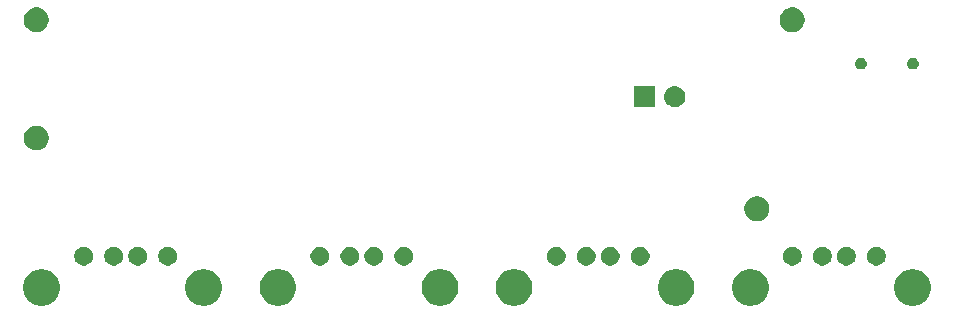
<source format=gbr>
G04 #@! TF.GenerationSoftware,KiCad,Pcbnew,(5.0.1-3-g963ef8bb5)*
G04 #@! TF.CreationDate,2018-11-25T15:23:06-05:00*
G04 #@! TF.ProjectId,usb-hub,7573622D6875622E6B696361645F7063,rev?*
G04 #@! TF.SameCoordinates,Original*
G04 #@! TF.FileFunction,Soldermask,Bot*
G04 #@! TF.FilePolarity,Negative*
%FSLAX46Y46*%
G04 Gerber Fmt 4.6, Leading zero omitted, Abs format (unit mm)*
G04 Created by KiCad (PCBNEW (5.0.1-3-g963ef8bb5)) date Sunday, November 25, 2018 at 03:23:06 PM*
%MOMM*%
%LPD*%
G01*
G04 APERTURE LIST*
%ADD10C,0.100000*%
G04 APERTURE END LIST*
D10*
G36*
X96512527Y-38158736D02*
X96612410Y-38178604D01*
X96894674Y-38295521D01*
X97148705Y-38465259D01*
X97364741Y-38681295D01*
X97534479Y-38935326D01*
X97651396Y-39217590D01*
X97711000Y-39517240D01*
X97711000Y-39822760D01*
X97651396Y-40122410D01*
X97534479Y-40404674D01*
X97364741Y-40658705D01*
X97148705Y-40874741D01*
X96894674Y-41044479D01*
X96612410Y-41161396D01*
X96512527Y-41181264D01*
X96312762Y-41221000D01*
X96007238Y-41221000D01*
X95807473Y-41181264D01*
X95707590Y-41161396D01*
X95425326Y-41044479D01*
X95171295Y-40874741D01*
X94955259Y-40658705D01*
X94785521Y-40404674D01*
X94668604Y-40122410D01*
X94609000Y-39822760D01*
X94609000Y-39517240D01*
X94668604Y-39217590D01*
X94785521Y-38935326D01*
X94955259Y-38681295D01*
X95171295Y-38465259D01*
X95425326Y-38295521D01*
X95707590Y-38178604D01*
X95807473Y-38158736D01*
X96007238Y-38119000D01*
X96312762Y-38119000D01*
X96512527Y-38158736D01*
X96512527Y-38158736D01*
G37*
G36*
X82792527Y-38158736D02*
X82892410Y-38178604D01*
X83174674Y-38295521D01*
X83428705Y-38465259D01*
X83644741Y-38681295D01*
X83814479Y-38935326D01*
X83931396Y-39217590D01*
X83991000Y-39517240D01*
X83991000Y-39822760D01*
X83931396Y-40122410D01*
X83814479Y-40404674D01*
X83644741Y-40658705D01*
X83428705Y-40874741D01*
X83174674Y-41044479D01*
X82892410Y-41161396D01*
X82792527Y-41181264D01*
X82592762Y-41221000D01*
X82287238Y-41221000D01*
X82087473Y-41181264D01*
X81987590Y-41161396D01*
X81705326Y-41044479D01*
X81451295Y-40874741D01*
X81235259Y-40658705D01*
X81065521Y-40404674D01*
X80948604Y-40122410D01*
X80889000Y-39822760D01*
X80889000Y-39517240D01*
X80948604Y-39217590D01*
X81065521Y-38935326D01*
X81235259Y-38681295D01*
X81451295Y-38465259D01*
X81705326Y-38295521D01*
X81987590Y-38178604D01*
X82087473Y-38158736D01*
X82287238Y-38119000D01*
X82592762Y-38119000D01*
X82792527Y-38158736D01*
X82792527Y-38158736D01*
G37*
G36*
X76512527Y-38158736D02*
X76612410Y-38178604D01*
X76894674Y-38295521D01*
X77148705Y-38465259D01*
X77364741Y-38681295D01*
X77534479Y-38935326D01*
X77651396Y-39217590D01*
X77711000Y-39517240D01*
X77711000Y-39822760D01*
X77651396Y-40122410D01*
X77534479Y-40404674D01*
X77364741Y-40658705D01*
X77148705Y-40874741D01*
X76894674Y-41044479D01*
X76612410Y-41161396D01*
X76512527Y-41181264D01*
X76312762Y-41221000D01*
X76007238Y-41221000D01*
X75807473Y-41181264D01*
X75707590Y-41161396D01*
X75425326Y-41044479D01*
X75171295Y-40874741D01*
X74955259Y-40658705D01*
X74785521Y-40404674D01*
X74668604Y-40122410D01*
X74609000Y-39822760D01*
X74609000Y-39517240D01*
X74668604Y-39217590D01*
X74785521Y-38935326D01*
X74955259Y-38681295D01*
X75171295Y-38465259D01*
X75425326Y-38295521D01*
X75707590Y-38178604D01*
X75807473Y-38158736D01*
X76007238Y-38119000D01*
X76312762Y-38119000D01*
X76512527Y-38158736D01*
X76512527Y-38158736D01*
G37*
G36*
X62792527Y-38158736D02*
X62892410Y-38178604D01*
X63174674Y-38295521D01*
X63428705Y-38465259D01*
X63644741Y-38681295D01*
X63814479Y-38935326D01*
X63931396Y-39217590D01*
X63991000Y-39517240D01*
X63991000Y-39822760D01*
X63931396Y-40122410D01*
X63814479Y-40404674D01*
X63644741Y-40658705D01*
X63428705Y-40874741D01*
X63174674Y-41044479D01*
X62892410Y-41161396D01*
X62792527Y-41181264D01*
X62592762Y-41221000D01*
X62287238Y-41221000D01*
X62087473Y-41181264D01*
X61987590Y-41161396D01*
X61705326Y-41044479D01*
X61451295Y-40874741D01*
X61235259Y-40658705D01*
X61065521Y-40404674D01*
X60948604Y-40122410D01*
X60889000Y-39822760D01*
X60889000Y-39517240D01*
X60948604Y-39217590D01*
X61065521Y-38935326D01*
X61235259Y-38681295D01*
X61451295Y-38465259D01*
X61705326Y-38295521D01*
X61987590Y-38178604D01*
X62087473Y-38158736D01*
X62287238Y-38119000D01*
X62592762Y-38119000D01*
X62792527Y-38158736D01*
X62792527Y-38158736D01*
G37*
G36*
X56512527Y-38158736D02*
X56612410Y-38178604D01*
X56894674Y-38295521D01*
X57148705Y-38465259D01*
X57364741Y-38681295D01*
X57534479Y-38935326D01*
X57651396Y-39217590D01*
X57711000Y-39517240D01*
X57711000Y-39822760D01*
X57651396Y-40122410D01*
X57534479Y-40404674D01*
X57364741Y-40658705D01*
X57148705Y-40874741D01*
X56894674Y-41044479D01*
X56612410Y-41161396D01*
X56512527Y-41181264D01*
X56312762Y-41221000D01*
X56007238Y-41221000D01*
X55807473Y-41181264D01*
X55707590Y-41161396D01*
X55425326Y-41044479D01*
X55171295Y-40874741D01*
X54955259Y-40658705D01*
X54785521Y-40404674D01*
X54668604Y-40122410D01*
X54609000Y-39822760D01*
X54609000Y-39517240D01*
X54668604Y-39217590D01*
X54785521Y-38935326D01*
X54955259Y-38681295D01*
X55171295Y-38465259D01*
X55425326Y-38295521D01*
X55707590Y-38178604D01*
X55807473Y-38158736D01*
X56007238Y-38119000D01*
X56312762Y-38119000D01*
X56512527Y-38158736D01*
X56512527Y-38158736D01*
G37*
G36*
X42792527Y-38158736D02*
X42892410Y-38178604D01*
X43174674Y-38295521D01*
X43428705Y-38465259D01*
X43644741Y-38681295D01*
X43814479Y-38935326D01*
X43931396Y-39217590D01*
X43991000Y-39517240D01*
X43991000Y-39822760D01*
X43931396Y-40122410D01*
X43814479Y-40404674D01*
X43644741Y-40658705D01*
X43428705Y-40874741D01*
X43174674Y-41044479D01*
X42892410Y-41161396D01*
X42792527Y-41181264D01*
X42592762Y-41221000D01*
X42287238Y-41221000D01*
X42087473Y-41181264D01*
X41987590Y-41161396D01*
X41705326Y-41044479D01*
X41451295Y-40874741D01*
X41235259Y-40658705D01*
X41065521Y-40404674D01*
X40948604Y-40122410D01*
X40889000Y-39822760D01*
X40889000Y-39517240D01*
X40948604Y-39217590D01*
X41065521Y-38935326D01*
X41235259Y-38681295D01*
X41451295Y-38465259D01*
X41705326Y-38295521D01*
X41987590Y-38178604D01*
X42087473Y-38158736D01*
X42287238Y-38119000D01*
X42592762Y-38119000D01*
X42792527Y-38158736D01*
X42792527Y-38158736D01*
G37*
G36*
X36512527Y-38158736D02*
X36612410Y-38178604D01*
X36894674Y-38295521D01*
X37148705Y-38465259D01*
X37364741Y-38681295D01*
X37534479Y-38935326D01*
X37651396Y-39217590D01*
X37711000Y-39517240D01*
X37711000Y-39822760D01*
X37651396Y-40122410D01*
X37534479Y-40404674D01*
X37364741Y-40658705D01*
X37148705Y-40874741D01*
X36894674Y-41044479D01*
X36612410Y-41161396D01*
X36512527Y-41181264D01*
X36312762Y-41221000D01*
X36007238Y-41221000D01*
X35807473Y-41181264D01*
X35707590Y-41161396D01*
X35425326Y-41044479D01*
X35171295Y-40874741D01*
X34955259Y-40658705D01*
X34785521Y-40404674D01*
X34668604Y-40122410D01*
X34609000Y-39822760D01*
X34609000Y-39517240D01*
X34668604Y-39217590D01*
X34785521Y-38935326D01*
X34955259Y-38681295D01*
X35171295Y-38465259D01*
X35425326Y-38295521D01*
X35707590Y-38178604D01*
X35807473Y-38158736D01*
X36007238Y-38119000D01*
X36312762Y-38119000D01*
X36512527Y-38158736D01*
X36512527Y-38158736D01*
G37*
G36*
X22792527Y-38158736D02*
X22892410Y-38178604D01*
X23174674Y-38295521D01*
X23428705Y-38465259D01*
X23644741Y-38681295D01*
X23814479Y-38935326D01*
X23931396Y-39217590D01*
X23991000Y-39517240D01*
X23991000Y-39822760D01*
X23931396Y-40122410D01*
X23814479Y-40404674D01*
X23644741Y-40658705D01*
X23428705Y-40874741D01*
X23174674Y-41044479D01*
X22892410Y-41161396D01*
X22792527Y-41181264D01*
X22592762Y-41221000D01*
X22287238Y-41221000D01*
X22087473Y-41181264D01*
X21987590Y-41161396D01*
X21705326Y-41044479D01*
X21451295Y-40874741D01*
X21235259Y-40658705D01*
X21065521Y-40404674D01*
X20948604Y-40122410D01*
X20889000Y-39822760D01*
X20889000Y-39517240D01*
X20948604Y-39217590D01*
X21065521Y-38935326D01*
X21235259Y-38681295D01*
X21451295Y-38465259D01*
X21705326Y-38295521D01*
X21987590Y-38178604D01*
X22087473Y-38158736D01*
X22287238Y-38119000D01*
X22592762Y-38119000D01*
X22792527Y-38158736D01*
X22792527Y-38158736D01*
G37*
G36*
X53343643Y-36229781D02*
X53489415Y-36290162D01*
X53620611Y-36377824D01*
X53732176Y-36489389D01*
X53819838Y-36620585D01*
X53880219Y-36766357D01*
X53911000Y-36921107D01*
X53911000Y-37078893D01*
X53880219Y-37233643D01*
X53819838Y-37379415D01*
X53732176Y-37510611D01*
X53620611Y-37622176D01*
X53489415Y-37709838D01*
X53343643Y-37770219D01*
X53188893Y-37801000D01*
X53031107Y-37801000D01*
X52876357Y-37770219D01*
X52730585Y-37709838D01*
X52599389Y-37622176D01*
X52487824Y-37510611D01*
X52400162Y-37379415D01*
X52339781Y-37233643D01*
X52309000Y-37078893D01*
X52309000Y-36921107D01*
X52339781Y-36766357D01*
X52400162Y-36620585D01*
X52487824Y-36489389D01*
X52599389Y-36377824D01*
X52730585Y-36290162D01*
X52876357Y-36229781D01*
X53031107Y-36199000D01*
X53188893Y-36199000D01*
X53343643Y-36229781D01*
X53343643Y-36229781D01*
G37*
G36*
X50803643Y-36229781D02*
X50949415Y-36290162D01*
X51080611Y-36377824D01*
X51192176Y-36489389D01*
X51279838Y-36620585D01*
X51340219Y-36766357D01*
X51371000Y-36921107D01*
X51371000Y-37078893D01*
X51340219Y-37233643D01*
X51279838Y-37379415D01*
X51192176Y-37510611D01*
X51080611Y-37622176D01*
X50949415Y-37709838D01*
X50803643Y-37770219D01*
X50648893Y-37801000D01*
X50491107Y-37801000D01*
X50336357Y-37770219D01*
X50190585Y-37709838D01*
X50059389Y-37622176D01*
X49947824Y-37510611D01*
X49860162Y-37379415D01*
X49799781Y-37233643D01*
X49769000Y-37078893D01*
X49769000Y-36921107D01*
X49799781Y-36766357D01*
X49860162Y-36620585D01*
X49947824Y-36489389D01*
X50059389Y-36377824D01*
X50190585Y-36290162D01*
X50336357Y-36229781D01*
X50491107Y-36199000D01*
X50648893Y-36199000D01*
X50803643Y-36229781D01*
X50803643Y-36229781D01*
G37*
G36*
X48773643Y-36229781D02*
X48919415Y-36290162D01*
X49050611Y-36377824D01*
X49162176Y-36489389D01*
X49249838Y-36620585D01*
X49310219Y-36766357D01*
X49341000Y-36921107D01*
X49341000Y-37078893D01*
X49310219Y-37233643D01*
X49249838Y-37379415D01*
X49162176Y-37510611D01*
X49050611Y-37622176D01*
X48919415Y-37709838D01*
X48773643Y-37770219D01*
X48618893Y-37801000D01*
X48461107Y-37801000D01*
X48306357Y-37770219D01*
X48160585Y-37709838D01*
X48029389Y-37622176D01*
X47917824Y-37510611D01*
X47830162Y-37379415D01*
X47769781Y-37233643D01*
X47739000Y-37078893D01*
X47739000Y-36921107D01*
X47769781Y-36766357D01*
X47830162Y-36620585D01*
X47917824Y-36489389D01*
X48029389Y-36377824D01*
X48160585Y-36290162D01*
X48306357Y-36229781D01*
X48461107Y-36199000D01*
X48618893Y-36199000D01*
X48773643Y-36229781D01*
X48773643Y-36229781D01*
G37*
G36*
X46233643Y-36229781D02*
X46379415Y-36290162D01*
X46510611Y-36377824D01*
X46622176Y-36489389D01*
X46709838Y-36620585D01*
X46770219Y-36766357D01*
X46801000Y-36921107D01*
X46801000Y-37078893D01*
X46770219Y-37233643D01*
X46709838Y-37379415D01*
X46622176Y-37510611D01*
X46510611Y-37622176D01*
X46379415Y-37709838D01*
X46233643Y-37770219D01*
X46078893Y-37801000D01*
X45921107Y-37801000D01*
X45766357Y-37770219D01*
X45620585Y-37709838D01*
X45489389Y-37622176D01*
X45377824Y-37510611D01*
X45290162Y-37379415D01*
X45229781Y-37233643D01*
X45199000Y-37078893D01*
X45199000Y-36921107D01*
X45229781Y-36766357D01*
X45290162Y-36620585D01*
X45377824Y-36489389D01*
X45489389Y-36377824D01*
X45620585Y-36290162D01*
X45766357Y-36229781D01*
X45921107Y-36199000D01*
X46078893Y-36199000D01*
X46233643Y-36229781D01*
X46233643Y-36229781D01*
G37*
G36*
X33343643Y-36229781D02*
X33489415Y-36290162D01*
X33620611Y-36377824D01*
X33732176Y-36489389D01*
X33819838Y-36620585D01*
X33880219Y-36766357D01*
X33911000Y-36921107D01*
X33911000Y-37078893D01*
X33880219Y-37233643D01*
X33819838Y-37379415D01*
X33732176Y-37510611D01*
X33620611Y-37622176D01*
X33489415Y-37709838D01*
X33343643Y-37770219D01*
X33188893Y-37801000D01*
X33031107Y-37801000D01*
X32876357Y-37770219D01*
X32730585Y-37709838D01*
X32599389Y-37622176D01*
X32487824Y-37510611D01*
X32400162Y-37379415D01*
X32339781Y-37233643D01*
X32309000Y-37078893D01*
X32309000Y-36921107D01*
X32339781Y-36766357D01*
X32400162Y-36620585D01*
X32487824Y-36489389D01*
X32599389Y-36377824D01*
X32730585Y-36290162D01*
X32876357Y-36229781D01*
X33031107Y-36199000D01*
X33188893Y-36199000D01*
X33343643Y-36229781D01*
X33343643Y-36229781D01*
G37*
G36*
X30803643Y-36229781D02*
X30949415Y-36290162D01*
X31080611Y-36377824D01*
X31192176Y-36489389D01*
X31279838Y-36620585D01*
X31340219Y-36766357D01*
X31371000Y-36921107D01*
X31371000Y-37078893D01*
X31340219Y-37233643D01*
X31279838Y-37379415D01*
X31192176Y-37510611D01*
X31080611Y-37622176D01*
X30949415Y-37709838D01*
X30803643Y-37770219D01*
X30648893Y-37801000D01*
X30491107Y-37801000D01*
X30336357Y-37770219D01*
X30190585Y-37709838D01*
X30059389Y-37622176D01*
X29947824Y-37510611D01*
X29860162Y-37379415D01*
X29799781Y-37233643D01*
X29769000Y-37078893D01*
X29769000Y-36921107D01*
X29799781Y-36766357D01*
X29860162Y-36620585D01*
X29947824Y-36489389D01*
X30059389Y-36377824D01*
X30190585Y-36290162D01*
X30336357Y-36229781D01*
X30491107Y-36199000D01*
X30648893Y-36199000D01*
X30803643Y-36229781D01*
X30803643Y-36229781D01*
G37*
G36*
X28773643Y-36229781D02*
X28919415Y-36290162D01*
X29050611Y-36377824D01*
X29162176Y-36489389D01*
X29249838Y-36620585D01*
X29310219Y-36766357D01*
X29341000Y-36921107D01*
X29341000Y-37078893D01*
X29310219Y-37233643D01*
X29249838Y-37379415D01*
X29162176Y-37510611D01*
X29050611Y-37622176D01*
X28919415Y-37709838D01*
X28773643Y-37770219D01*
X28618893Y-37801000D01*
X28461107Y-37801000D01*
X28306357Y-37770219D01*
X28160585Y-37709838D01*
X28029389Y-37622176D01*
X27917824Y-37510611D01*
X27830162Y-37379415D01*
X27769781Y-37233643D01*
X27739000Y-37078893D01*
X27739000Y-36921107D01*
X27769781Y-36766357D01*
X27830162Y-36620585D01*
X27917824Y-36489389D01*
X28029389Y-36377824D01*
X28160585Y-36290162D01*
X28306357Y-36229781D01*
X28461107Y-36199000D01*
X28618893Y-36199000D01*
X28773643Y-36229781D01*
X28773643Y-36229781D01*
G37*
G36*
X26233643Y-36229781D02*
X26379415Y-36290162D01*
X26510611Y-36377824D01*
X26622176Y-36489389D01*
X26709838Y-36620585D01*
X26770219Y-36766357D01*
X26801000Y-36921107D01*
X26801000Y-37078893D01*
X26770219Y-37233643D01*
X26709838Y-37379415D01*
X26622176Y-37510611D01*
X26510611Y-37622176D01*
X26379415Y-37709838D01*
X26233643Y-37770219D01*
X26078893Y-37801000D01*
X25921107Y-37801000D01*
X25766357Y-37770219D01*
X25620585Y-37709838D01*
X25489389Y-37622176D01*
X25377824Y-37510611D01*
X25290162Y-37379415D01*
X25229781Y-37233643D01*
X25199000Y-37078893D01*
X25199000Y-36921107D01*
X25229781Y-36766357D01*
X25290162Y-36620585D01*
X25377824Y-36489389D01*
X25489389Y-36377824D01*
X25620585Y-36290162D01*
X25766357Y-36229781D01*
X25921107Y-36199000D01*
X26078893Y-36199000D01*
X26233643Y-36229781D01*
X26233643Y-36229781D01*
G37*
G36*
X93343643Y-36229781D02*
X93489415Y-36290162D01*
X93620611Y-36377824D01*
X93732176Y-36489389D01*
X93819838Y-36620585D01*
X93880219Y-36766357D01*
X93911000Y-36921107D01*
X93911000Y-37078893D01*
X93880219Y-37233643D01*
X93819838Y-37379415D01*
X93732176Y-37510611D01*
X93620611Y-37622176D01*
X93489415Y-37709838D01*
X93343643Y-37770219D01*
X93188893Y-37801000D01*
X93031107Y-37801000D01*
X92876357Y-37770219D01*
X92730585Y-37709838D01*
X92599389Y-37622176D01*
X92487824Y-37510611D01*
X92400162Y-37379415D01*
X92339781Y-37233643D01*
X92309000Y-37078893D01*
X92309000Y-36921107D01*
X92339781Y-36766357D01*
X92400162Y-36620585D01*
X92487824Y-36489389D01*
X92599389Y-36377824D01*
X92730585Y-36290162D01*
X92876357Y-36229781D01*
X93031107Y-36199000D01*
X93188893Y-36199000D01*
X93343643Y-36229781D01*
X93343643Y-36229781D01*
G37*
G36*
X90803643Y-36229781D02*
X90949415Y-36290162D01*
X91080611Y-36377824D01*
X91192176Y-36489389D01*
X91279838Y-36620585D01*
X91340219Y-36766357D01*
X91371000Y-36921107D01*
X91371000Y-37078893D01*
X91340219Y-37233643D01*
X91279838Y-37379415D01*
X91192176Y-37510611D01*
X91080611Y-37622176D01*
X90949415Y-37709838D01*
X90803643Y-37770219D01*
X90648893Y-37801000D01*
X90491107Y-37801000D01*
X90336357Y-37770219D01*
X90190585Y-37709838D01*
X90059389Y-37622176D01*
X89947824Y-37510611D01*
X89860162Y-37379415D01*
X89799781Y-37233643D01*
X89769000Y-37078893D01*
X89769000Y-36921107D01*
X89799781Y-36766357D01*
X89860162Y-36620585D01*
X89947824Y-36489389D01*
X90059389Y-36377824D01*
X90190585Y-36290162D01*
X90336357Y-36229781D01*
X90491107Y-36199000D01*
X90648893Y-36199000D01*
X90803643Y-36229781D01*
X90803643Y-36229781D01*
G37*
G36*
X88773643Y-36229781D02*
X88919415Y-36290162D01*
X89050611Y-36377824D01*
X89162176Y-36489389D01*
X89249838Y-36620585D01*
X89310219Y-36766357D01*
X89341000Y-36921107D01*
X89341000Y-37078893D01*
X89310219Y-37233643D01*
X89249838Y-37379415D01*
X89162176Y-37510611D01*
X89050611Y-37622176D01*
X88919415Y-37709838D01*
X88773643Y-37770219D01*
X88618893Y-37801000D01*
X88461107Y-37801000D01*
X88306357Y-37770219D01*
X88160585Y-37709838D01*
X88029389Y-37622176D01*
X87917824Y-37510611D01*
X87830162Y-37379415D01*
X87769781Y-37233643D01*
X87739000Y-37078893D01*
X87739000Y-36921107D01*
X87769781Y-36766357D01*
X87830162Y-36620585D01*
X87917824Y-36489389D01*
X88029389Y-36377824D01*
X88160585Y-36290162D01*
X88306357Y-36229781D01*
X88461107Y-36199000D01*
X88618893Y-36199000D01*
X88773643Y-36229781D01*
X88773643Y-36229781D01*
G37*
G36*
X86233643Y-36229781D02*
X86379415Y-36290162D01*
X86510611Y-36377824D01*
X86622176Y-36489389D01*
X86709838Y-36620585D01*
X86770219Y-36766357D01*
X86801000Y-36921107D01*
X86801000Y-37078893D01*
X86770219Y-37233643D01*
X86709838Y-37379415D01*
X86622176Y-37510611D01*
X86510611Y-37622176D01*
X86379415Y-37709838D01*
X86233643Y-37770219D01*
X86078893Y-37801000D01*
X85921107Y-37801000D01*
X85766357Y-37770219D01*
X85620585Y-37709838D01*
X85489389Y-37622176D01*
X85377824Y-37510611D01*
X85290162Y-37379415D01*
X85229781Y-37233643D01*
X85199000Y-37078893D01*
X85199000Y-36921107D01*
X85229781Y-36766357D01*
X85290162Y-36620585D01*
X85377824Y-36489389D01*
X85489389Y-36377824D01*
X85620585Y-36290162D01*
X85766357Y-36229781D01*
X85921107Y-36199000D01*
X86078893Y-36199000D01*
X86233643Y-36229781D01*
X86233643Y-36229781D01*
G37*
G36*
X73343643Y-36229781D02*
X73489415Y-36290162D01*
X73620611Y-36377824D01*
X73732176Y-36489389D01*
X73819838Y-36620585D01*
X73880219Y-36766357D01*
X73911000Y-36921107D01*
X73911000Y-37078893D01*
X73880219Y-37233643D01*
X73819838Y-37379415D01*
X73732176Y-37510611D01*
X73620611Y-37622176D01*
X73489415Y-37709838D01*
X73343643Y-37770219D01*
X73188893Y-37801000D01*
X73031107Y-37801000D01*
X72876357Y-37770219D01*
X72730585Y-37709838D01*
X72599389Y-37622176D01*
X72487824Y-37510611D01*
X72400162Y-37379415D01*
X72339781Y-37233643D01*
X72309000Y-37078893D01*
X72309000Y-36921107D01*
X72339781Y-36766357D01*
X72400162Y-36620585D01*
X72487824Y-36489389D01*
X72599389Y-36377824D01*
X72730585Y-36290162D01*
X72876357Y-36229781D01*
X73031107Y-36199000D01*
X73188893Y-36199000D01*
X73343643Y-36229781D01*
X73343643Y-36229781D01*
G37*
G36*
X70803643Y-36229781D02*
X70949415Y-36290162D01*
X71080611Y-36377824D01*
X71192176Y-36489389D01*
X71279838Y-36620585D01*
X71340219Y-36766357D01*
X71371000Y-36921107D01*
X71371000Y-37078893D01*
X71340219Y-37233643D01*
X71279838Y-37379415D01*
X71192176Y-37510611D01*
X71080611Y-37622176D01*
X70949415Y-37709838D01*
X70803643Y-37770219D01*
X70648893Y-37801000D01*
X70491107Y-37801000D01*
X70336357Y-37770219D01*
X70190585Y-37709838D01*
X70059389Y-37622176D01*
X69947824Y-37510611D01*
X69860162Y-37379415D01*
X69799781Y-37233643D01*
X69769000Y-37078893D01*
X69769000Y-36921107D01*
X69799781Y-36766357D01*
X69860162Y-36620585D01*
X69947824Y-36489389D01*
X70059389Y-36377824D01*
X70190585Y-36290162D01*
X70336357Y-36229781D01*
X70491107Y-36199000D01*
X70648893Y-36199000D01*
X70803643Y-36229781D01*
X70803643Y-36229781D01*
G37*
G36*
X66233643Y-36229781D02*
X66379415Y-36290162D01*
X66510611Y-36377824D01*
X66622176Y-36489389D01*
X66709838Y-36620585D01*
X66770219Y-36766357D01*
X66801000Y-36921107D01*
X66801000Y-37078893D01*
X66770219Y-37233643D01*
X66709838Y-37379415D01*
X66622176Y-37510611D01*
X66510611Y-37622176D01*
X66379415Y-37709838D01*
X66233643Y-37770219D01*
X66078893Y-37801000D01*
X65921107Y-37801000D01*
X65766357Y-37770219D01*
X65620585Y-37709838D01*
X65489389Y-37622176D01*
X65377824Y-37510611D01*
X65290162Y-37379415D01*
X65229781Y-37233643D01*
X65199000Y-37078893D01*
X65199000Y-36921107D01*
X65229781Y-36766357D01*
X65290162Y-36620585D01*
X65377824Y-36489389D01*
X65489389Y-36377824D01*
X65620585Y-36290162D01*
X65766357Y-36229781D01*
X65921107Y-36199000D01*
X66078893Y-36199000D01*
X66233643Y-36229781D01*
X66233643Y-36229781D01*
G37*
G36*
X68773643Y-36229781D02*
X68919415Y-36290162D01*
X69050611Y-36377824D01*
X69162176Y-36489389D01*
X69249838Y-36620585D01*
X69310219Y-36766357D01*
X69341000Y-36921107D01*
X69341000Y-37078893D01*
X69310219Y-37233643D01*
X69249838Y-37379415D01*
X69162176Y-37510611D01*
X69050611Y-37622176D01*
X68919415Y-37709838D01*
X68773643Y-37770219D01*
X68618893Y-37801000D01*
X68461107Y-37801000D01*
X68306357Y-37770219D01*
X68160585Y-37709838D01*
X68029389Y-37622176D01*
X67917824Y-37510611D01*
X67830162Y-37379415D01*
X67769781Y-37233643D01*
X67739000Y-37078893D01*
X67739000Y-36921107D01*
X67769781Y-36766357D01*
X67830162Y-36620585D01*
X67917824Y-36489389D01*
X68029389Y-36377824D01*
X68160585Y-36290162D01*
X68306357Y-36229781D01*
X68461107Y-36199000D01*
X68618893Y-36199000D01*
X68773643Y-36229781D01*
X68773643Y-36229781D01*
G37*
G36*
X83306565Y-31989389D02*
X83497834Y-32068615D01*
X83669976Y-32183637D01*
X83816363Y-32330024D01*
X83931385Y-32502166D01*
X84010611Y-32693435D01*
X84051000Y-32896484D01*
X84051000Y-33103516D01*
X84010611Y-33306565D01*
X83931385Y-33497834D01*
X83816363Y-33669976D01*
X83669976Y-33816363D01*
X83497834Y-33931385D01*
X83306565Y-34010611D01*
X83103516Y-34051000D01*
X82896484Y-34051000D01*
X82693435Y-34010611D01*
X82502166Y-33931385D01*
X82330024Y-33816363D01*
X82183637Y-33669976D01*
X82068615Y-33497834D01*
X81989389Y-33306565D01*
X81949000Y-33103516D01*
X81949000Y-32896484D01*
X81989389Y-32693435D01*
X82068615Y-32502166D01*
X82183637Y-32330024D01*
X82330024Y-32183637D01*
X82502166Y-32068615D01*
X82693435Y-31989389D01*
X82896484Y-31949000D01*
X83103516Y-31949000D01*
X83306565Y-31989389D01*
X83306565Y-31989389D01*
G37*
G36*
X22306565Y-25989389D02*
X22497834Y-26068615D01*
X22669976Y-26183637D01*
X22816363Y-26330024D01*
X22931385Y-26502166D01*
X23010611Y-26693435D01*
X23051000Y-26896484D01*
X23051000Y-27103516D01*
X23010611Y-27306565D01*
X22931385Y-27497834D01*
X22816363Y-27669976D01*
X22669976Y-27816363D01*
X22497834Y-27931385D01*
X22306565Y-28010611D01*
X22103516Y-28051000D01*
X21896484Y-28051000D01*
X21693435Y-28010611D01*
X21502166Y-27931385D01*
X21330024Y-27816363D01*
X21183637Y-27669976D01*
X21068615Y-27497834D01*
X20989389Y-27306565D01*
X20949000Y-27103516D01*
X20949000Y-26896484D01*
X20989389Y-26693435D01*
X21068615Y-26502166D01*
X21183637Y-26330024D01*
X21330024Y-26183637D01*
X21502166Y-26068615D01*
X21693435Y-25989389D01*
X21896484Y-25949000D01*
X22103516Y-25949000D01*
X22306565Y-25989389D01*
X22306565Y-25989389D01*
G37*
G36*
X76150443Y-22605519D02*
X76216627Y-22612037D01*
X76329853Y-22646384D01*
X76386467Y-22663557D01*
X76525087Y-22737652D01*
X76542991Y-22747222D01*
X76578729Y-22776552D01*
X76680186Y-22859814D01*
X76763448Y-22961271D01*
X76792778Y-22997009D01*
X76792779Y-22997011D01*
X76876443Y-23153533D01*
X76876443Y-23153534D01*
X76927963Y-23323373D01*
X76945359Y-23500000D01*
X76927963Y-23676627D01*
X76893616Y-23789853D01*
X76876443Y-23846467D01*
X76802348Y-23985087D01*
X76792778Y-24002991D01*
X76763448Y-24038729D01*
X76680186Y-24140186D01*
X76578729Y-24223448D01*
X76542991Y-24252778D01*
X76542989Y-24252779D01*
X76386467Y-24336443D01*
X76329853Y-24353616D01*
X76216627Y-24387963D01*
X76150443Y-24394481D01*
X76084260Y-24401000D01*
X75995740Y-24401000D01*
X75929557Y-24394481D01*
X75863373Y-24387963D01*
X75750147Y-24353616D01*
X75693533Y-24336443D01*
X75537011Y-24252779D01*
X75537009Y-24252778D01*
X75501271Y-24223448D01*
X75399814Y-24140186D01*
X75316552Y-24038729D01*
X75287222Y-24002991D01*
X75277652Y-23985087D01*
X75203557Y-23846467D01*
X75186384Y-23789853D01*
X75152037Y-23676627D01*
X75134641Y-23500000D01*
X75152037Y-23323373D01*
X75203557Y-23153534D01*
X75203557Y-23153533D01*
X75287221Y-22997011D01*
X75287222Y-22997009D01*
X75316552Y-22961271D01*
X75399814Y-22859814D01*
X75501271Y-22776552D01*
X75537009Y-22747222D01*
X75554913Y-22737652D01*
X75693533Y-22663557D01*
X75750147Y-22646384D01*
X75863373Y-22612037D01*
X75929557Y-22605519D01*
X75995740Y-22599000D01*
X76084260Y-22599000D01*
X76150443Y-22605519D01*
X76150443Y-22605519D01*
G37*
G36*
X74401000Y-24401000D02*
X72599000Y-24401000D01*
X72599000Y-22599000D01*
X74401000Y-22599000D01*
X74401000Y-24401000D01*
X74401000Y-24401000D01*
G37*
G36*
X96346136Y-20218253D02*
X96437312Y-20256019D01*
X96519372Y-20310850D01*
X96589150Y-20380628D01*
X96643981Y-20462688D01*
X96681747Y-20553864D01*
X96701000Y-20650656D01*
X96701000Y-20749344D01*
X96681747Y-20846136D01*
X96643981Y-20937312D01*
X96589150Y-21019372D01*
X96519372Y-21089150D01*
X96437312Y-21143981D01*
X96346136Y-21181747D01*
X96249344Y-21201000D01*
X96150656Y-21201000D01*
X96053864Y-21181747D01*
X95962688Y-21143981D01*
X95880628Y-21089150D01*
X95810850Y-21019372D01*
X95756019Y-20937312D01*
X95718253Y-20846136D01*
X95699000Y-20749344D01*
X95699000Y-20650656D01*
X95718253Y-20553864D01*
X95756019Y-20462688D01*
X95810850Y-20380628D01*
X95880628Y-20310850D01*
X95962688Y-20256019D01*
X96053864Y-20218253D01*
X96150656Y-20199000D01*
X96249344Y-20199000D01*
X96346136Y-20218253D01*
X96346136Y-20218253D01*
G37*
G36*
X91946136Y-20218253D02*
X92037312Y-20256019D01*
X92119372Y-20310850D01*
X92189150Y-20380628D01*
X92243981Y-20462688D01*
X92281747Y-20553864D01*
X92301000Y-20650656D01*
X92301000Y-20749344D01*
X92281747Y-20846136D01*
X92243981Y-20937312D01*
X92189150Y-21019372D01*
X92119372Y-21089150D01*
X92037312Y-21143981D01*
X91946136Y-21181747D01*
X91849344Y-21201000D01*
X91750656Y-21201000D01*
X91653864Y-21181747D01*
X91562688Y-21143981D01*
X91480628Y-21089150D01*
X91410850Y-21019372D01*
X91356019Y-20937312D01*
X91318253Y-20846136D01*
X91299000Y-20749344D01*
X91299000Y-20650656D01*
X91318253Y-20553864D01*
X91356019Y-20462688D01*
X91410850Y-20380628D01*
X91480628Y-20310850D01*
X91562688Y-20256019D01*
X91653864Y-20218253D01*
X91750656Y-20199000D01*
X91849344Y-20199000D01*
X91946136Y-20218253D01*
X91946136Y-20218253D01*
G37*
G36*
X86306565Y-15989389D02*
X86497834Y-16068615D01*
X86669976Y-16183637D01*
X86816363Y-16330024D01*
X86931385Y-16502166D01*
X87010611Y-16693435D01*
X87051000Y-16896484D01*
X87051000Y-17103516D01*
X87010611Y-17306565D01*
X86931385Y-17497834D01*
X86816363Y-17669976D01*
X86669976Y-17816363D01*
X86497834Y-17931385D01*
X86306565Y-18010611D01*
X86103516Y-18051000D01*
X85896484Y-18051000D01*
X85693435Y-18010611D01*
X85502166Y-17931385D01*
X85330024Y-17816363D01*
X85183637Y-17669976D01*
X85068615Y-17497834D01*
X84989389Y-17306565D01*
X84949000Y-17103516D01*
X84949000Y-16896484D01*
X84989389Y-16693435D01*
X85068615Y-16502166D01*
X85183637Y-16330024D01*
X85330024Y-16183637D01*
X85502166Y-16068615D01*
X85693435Y-15989389D01*
X85896484Y-15949000D01*
X86103516Y-15949000D01*
X86306565Y-15989389D01*
X86306565Y-15989389D01*
G37*
G36*
X22306565Y-15989389D02*
X22497834Y-16068615D01*
X22669976Y-16183637D01*
X22816363Y-16330024D01*
X22931385Y-16502166D01*
X23010611Y-16693435D01*
X23051000Y-16896484D01*
X23051000Y-17103516D01*
X23010611Y-17306565D01*
X22931385Y-17497834D01*
X22816363Y-17669976D01*
X22669976Y-17816363D01*
X22497834Y-17931385D01*
X22306565Y-18010611D01*
X22103516Y-18051000D01*
X21896484Y-18051000D01*
X21693435Y-18010611D01*
X21502166Y-17931385D01*
X21330024Y-17816363D01*
X21183637Y-17669976D01*
X21068615Y-17497834D01*
X20989389Y-17306565D01*
X20949000Y-17103516D01*
X20949000Y-16896484D01*
X20989389Y-16693435D01*
X21068615Y-16502166D01*
X21183637Y-16330024D01*
X21330024Y-16183637D01*
X21502166Y-16068615D01*
X21693435Y-15989389D01*
X21896484Y-15949000D01*
X22103516Y-15949000D01*
X22306565Y-15989389D01*
X22306565Y-15989389D01*
G37*
M02*

</source>
